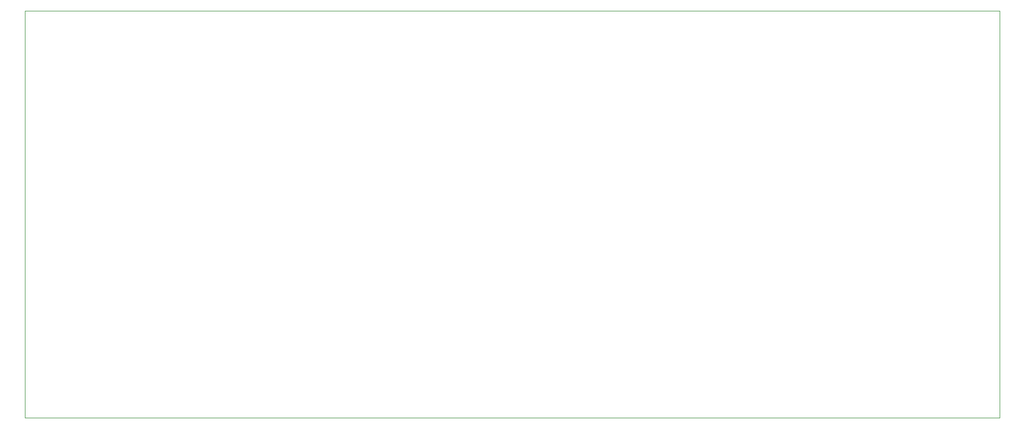
<source format=gbr>
%TF.GenerationSoftware,KiCad,Pcbnew,(6.0.7)*%
%TF.CreationDate,2022-10-12T18:39:58-05:00*%
%TF.ProjectId,cut down control board,63757420-646f-4776-9e20-636f6e74726f,1*%
%TF.SameCoordinates,Original*%
%TF.FileFunction,Profile,NP*%
%FSLAX46Y46*%
G04 Gerber Fmt 4.6, Leading zero omitted, Abs format (unit mm)*
G04 Created by KiCad (PCBNEW (6.0.7)) date 2022-10-12 18:39:58*
%MOMM*%
%LPD*%
G01*
G04 APERTURE LIST*
%TA.AperFunction,Profile*%
%ADD10C,0.100000*%
%TD*%
G04 APERTURE END LIST*
D10*
X75581189Y-67790379D02*
X228004033Y-67790379D01*
X228004033Y-67790379D02*
X228004033Y-131448801D01*
X228004033Y-131448801D02*
X75581189Y-131448801D01*
X75581189Y-131448801D02*
X75581189Y-67790379D01*
M02*

</source>
